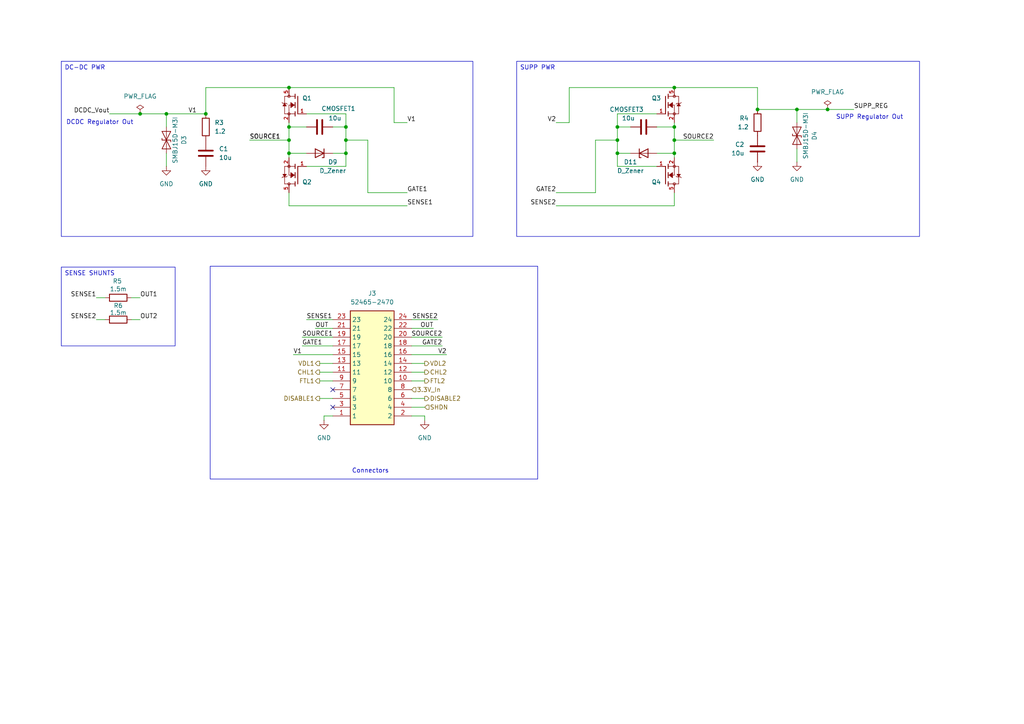
<source format=kicad_sch>
(kicad_sch (version 20250114) (generator "eeschema") (generator_version "9.0")
  (paper "A4")
  (lib_symbols
    (symbol "Device:D_Zener" (pin_numbers (hide yes)) (pin_names (offset 1.016) (hide yes))
      (property "Reference" "D" (at 0 2.54 0))
      (property "Value" "D_Zener" (at 0 -2.54 0))
      (symbol "D_Zener_0_1"
        (polyline (pts (xy -1.27 -1.27) (xy -1.27 1.27) (xy -0.762 1.27)) (stroke (width 0.254)))
        (polyline (pts (xy 1.27 0) (xy -1.27 0)))
        (polyline (pts (xy 1.27 -1.27) (xy 1.27 1.27) (xy -1.27 0) (xy 1.27 -1.27)) (stroke (width 0.254)))
      )
      (symbol "D_Zener_1_1"
        (pin passive line (at -3.81 0 0) (length 2.54) (name "K") (number "1"))
        (pin passive line (at 3.81 0 180) (length 2.54) (name "A") (number "2"))
      )
    )
    (symbol "Device:R" (pin_numbers (hide yes)) (pin_names (offset 0))
      (property "Reference" "R" (at 2.032 0 90))
      (property "Value" "R" (at 0 0 90))
      (symbol "R_0_1"
        (rectangle (start -1.016 -2.54) (end 1.016 2.54) (stroke (width 0.254)))
      )
      (symbol "R_1_1"
        (pin passive line (at 0 3.81 270) (length 1.27) (name "~") (number "1"))
        (pin passive line (at 0 -3.81 90) (length 1.27) (name "~") (number "2"))
      )
    )
    (symbol "ECE319K:C" (pin_numbers (hide yes)) (pin_names (offset 0.254))
      (property "Reference" "C" (at 0.635 2.54 0))
      (property "Value" "C" (at 0.635 -2.54 0))
      (symbol "C_0_1"
        (polyline (pts (xy -2.032 0.762) (xy 2.032 0.762)) (stroke (width 0.508)))
        (polyline (pts (xy -2.032 -0.762) (xy 2.032 -0.762)) (stroke (width 0.508)))
      )
      (symbol "C_1_1"
        (pin passive line (at 0 3.81 270) (length 2.794) (name "~") (number "1"))
        (pin passive line (at 0 -3.81 90) (length 2.794) (name "~") (number "2"))
      )
    )
    (symbol "PowerBoardLib:SMBJ15D-M3I" (pin_numbers (hide yes)) (pin_names (hide yes))
      (property "Reference" "D" (at 0 5.08 0))
      (property "Value" "SMBJ15D-M3I" (at 0 2.54 0))
      (symbol "SMBJ15D-M3I_0_1"
        (polyline (pts (xy -2.54 -1.27) (xy 0 0) (xy -2.54 1.27) (xy -2.54 -1.27)) (stroke (width 0.2032)))
        (polyline (pts (xy 0.508 1.27) (xy 0 1.27) (xy 0 -1.27) (xy -0.508 -1.27)) (stroke (width 0.2032)))
        (polyline (pts (xy 1.27 0) (xy -1.27 0)))
        (polyline (pts (xy 2.54 1.27) (xy 2.54 -1.27) (xy 0 0) (xy 2.54 1.27)) (stroke (width 0.2032)))
      )
      (symbol "SMBJ15D-M3I_1_1"
        (pin passive line (at -3.81 0 0) (length 2.54) (name "K") (number "1"))
        (pin passive line (at 3.81 0 180) (length 2.54) (name "A") (number "2"))
      )
    )
    (symbol "PowerBoardLib:SQJQ140E-T1_GE3" (pin_names (offset 1.016))
      (property "Reference" "Q" (at -8.89 2.54 0))
      (property "Value" "SQJQ140E-T1_GE3" (at -8.89 -7.62 0))
      (symbol "SQJQ140E-T1_GE3_0_0"
        (polyline (pts (xy 0 2.54) (xy 0 -2.54)) (stroke (width 0.254)))
        (polyline (pts (xy 0.762 3.175) (xy 0.762 2.54)) (stroke (width 0.254)))
        (polyline (pts (xy 0.762 2.54) (xy 0.762 1.905)) (stroke (width 0.254)))
        (polyline (pts (xy 0.762 2.54) (xy 3.81 2.54)) (stroke (width 0.1524)))
        (polyline (pts (xy 0.762 0.762) (xy 0.762 0)) (stroke (width 0.254)))
        (polyline (pts (xy 0.762 0) (xy 0.762 -0.762)) (stroke (width 0.254)))
        (polyline (pts (xy 0.762 0) (xy 2.54 0)) (stroke (width 0.1524)))
        (polyline (pts (xy 0.762 -1.905) (xy 0.762 -2.54)) (stroke (width 0.254)))
        (polyline (pts (xy 0.762 -2.54) (xy 0.762 -3.175)) (stroke (width 0.254)))
        (polyline (pts (xy 1.016 0) (xy 2.032 0.762) (xy 2.032 -0.762) (xy 1.016 0)) (stroke (width 0.1524)) (fill (type outline)))
        (circle (center 2.54 2.54) (radius 0.3592))
        (polyline (pts (xy 2.54 0) (xy 2.54 -2.54)) (stroke (width 0.1524)))
        (polyline (pts (xy 2.54 -2.54) (xy 0.762 -2.54)) (stroke (width 0.1524)))
        (polyline (pts (xy 2.54 -2.54) (xy 3.81 -2.54)) (stroke (width 0.1524)))
        (circle (center 2.54 -2.54) (radius 0.3592))
        (polyline (pts (xy 3.302 0.508) (xy 3.048 0.254)) (stroke (width 0.1524)))
        (polyline (pts (xy 3.81 2.54) (xy 3.81 0.508)) (stroke (width 0.1524)))
        (polyline (pts (xy 3.81 0.508) (xy 3.302 0.508)) (stroke (width 0.1524)))
        (polyline (pts (xy 3.81 0.508) (xy 3.81 -2.54)) (stroke (width 0.1524)))
        (polyline (pts (xy 3.81 0.508) (xy 3.302 -0.254) (xy 4.318 -0.254) (xy 3.81 0.508)) (stroke (width 0.1524)) (fill (type outline)))
        (polyline (pts (xy 4.318 0.508) (xy 3.81 0.508)) (stroke (width 0.1524)))
        (polyline (pts (xy 4.572 0.762) (xy 4.318 0.508)) (stroke (width 0.1524)))
        (pin passive line (at -2.54 -2.54 0) (length 2.54) (name "~") (number "1"))
        (pin passive line (at 2.54 5.08 270) (length 2.54) (name "~") (number "5"))
        (pin passive line (at 2.54 -5.08 90) (length 2.54) (name "~") (number "2"))
      )
      (symbol "SQJQ140E-T1_GE3_1_0"
        (pin passive line (at 2.54 -5.08 90) (length 2.54) (hide yes) (name "~") (number "3"))
        (pin passive line (at 2.54 -5.08 90) (length 2.54) (hide yes) (name "~") (number "4"))
      )
    )
    (symbol "power:GND" (power) (pin_numbers (hide yes)) (pin_names (offset 0) (hide yes))
      (property "Value" "GND" (at 0 -3.81 0))
      (symbol "GND_0_1"
        (polyline (pts (xy 0 0) (xy 0 -1.27) (xy 1.27 -1.27) (xy 0 -2.54) (xy -1.27 -1.27) (xy 0 -1.27)))
      )
      (symbol "GND_1_1"
        (pin power_in line (at 0 0 270) (length 0) (name "~") (number "1"))
      )
    )
    (symbol "power:PWR_FLAG" (power) (pin_numbers (hide yes)) (pin_names (offset 0) (hide yes))
      (property "Value" "PWR_FLAG" (at 0 3.81 0))
      (symbol "PWR_FLAG_0_0"
        (pin power_out line (at 0 0 90) (length 0) (name "~") (number "1"))
      )
      (symbol "PWR_FLAG_0_1"
        (polyline (pts (xy 0 0) (xy 0 1.27) (xy -1.016 1.905) (xy 0 2.54) (xy 1.016 1.905) (xy 0 1.27)))
      )
    )
    (symbol "utsvt_connectors:52465-2470"
      (property "Reference" "J" (at 10.16 7.366 0))
      (property "Value" "52465-2470" (at 5.334 4.826 0))
      (symbol "52465-2470_1_1"
        (rectangle (start 5.08 2.54) (end 17.78 -30.48) (stroke (width 0.254)) (fill (type background)))
        (pin passive line (at 0 0 0) (length 5.08) (name "23") (number "23"))
        (pin passive line (at 0 -2.54 0) (length 5.08) (name "21") (number "21"))
        (pin passive line (at 0 -5.08 0) (length 5.08) (name "19") (number "19"))
        (pin passive line (at 0 -7.62 0) (length 5.08) (name "17") (number "17"))
        (pin passive line (at 0 -10.16 0) (length 5.08) (name "15") (number "15"))
        (pin passive line (at 0 -12.7 0) (length 5.08) (name "13") (number "13"))
        (pin passive line (at 0 -15.24 0) (length 5.08) (name "11") (number "11"))
        (pin passive line (at 0 -17.78 0) (length 5.08) (name "9") (number "9"))
        (pin passive line (at 0 -20.32 0) (length 5.08) (name "7") (number "7"))
        (pin passive line (at 0 -22.86 0) (length 5.08) (name "5") (number "5"))
        (pin passive line (at 0 -25.4 0) (length 5.08) (name "3") (number "3"))
        (pin passive line (at 0 -27.94 0) (length 5.08) (name "1") (number "1"))
        (pin passive line (at 22.86 0 180) (length 5.08) (name "24") (number "24"))
        (pin passive line (at 22.86 -2.54 180) (length 5.08) (name "22") (number "22"))
        (pin passive line (at 22.86 -5.08 180) (length 5.08) (name "20") (number "20"))
        (pin passive line (at 22.86 -7.62 180) (length 5.08) (name "18") (number "18"))
        (pin passive line (at 22.86 -10.16 180) (length 5.08) (name "16") (number "16"))
        (pin passive line (at 22.86 -12.7 180) (length 5.08) (name "14") (number "14"))
        (pin passive line (at 22.86 -15.24 180) (length 5.08) (name "12") (number "12"))
        (pin passive line (at 22.86 -17.78 180) (length 5.08) (name "10") (number "10"))
        (pin passive line (at 22.86 -20.32 180) (length 5.08) (name "8") (number "8"))
        (pin passive line (at 22.86 -22.86 180) (length 5.08) (name "6") (number "6"))
        (pin passive line (at 22.86 -25.4 180) (length 5.08) (name "4") (number "4"))
        (pin passive line (at 22.86 -27.94 180) (length 5.08) (name "2") (number "2"))
      )
    )
  )
  (rectangle (start 60.96 77.216) (end 155.956 138.938))
  (text "SUPP Regulator Out\n" (at 252.222 34.036 0) (effects (font (size 1.27 1.27))))
  (text "DCDC Regulator Out\n" (at 28.956 35.56 0) (effects (font (size 1.27 1.27))))
  (text "Connectors\n" (at 107.442 136.652 0) (effects (font (size 1.27 1.27))))
  (text_box "DC-DC PWR" (at 17.78 17.78 0) (size 119.38 50.8) (margins 0.9525 0.9525 0.9525 0.9525) (effects (font (size 1.27 1.27)) (justify left top)))
  (text_box "SENSE SHUNTS\n" (at 17.78 77.47 0) (size 33.02 22.86) (margins 0.9525 0.9525 0.9525 0.9525) (effects (font (size 1.27 1.27)) (justify left top)))
  (text_box "SUPP PWR\n" (at 149.86 17.78 0) (size 116.84 50.8) (margins 0.9525 0.9525 0.9525 0.9525) (effects (font (size 1.27 1.27)) (justify left top)))
  (junction (at 195.58 40.64))
  (junction (at 195.58 44.45))
  (junction (at 179.07 44.45))
  (junction (at 195.58 36.83))
  (junction (at 100.33 40.64))
  (junction (at 231.14 31.75))
  (junction (at 59.69 33.02))
  (junction (at 83.82 25.4))
  (junction (at 40.64 33.02))
  (junction (at 195.58 25.4))
  (junction (at 179.07 40.64))
  (junction (at 83.82 40.64))
  (junction (at 219.71 31.75))
  (junction (at 100.33 36.83))
  (junction (at 100.33 44.45))
  (junction (at 179.07 36.83))
  (junction (at 240.03 31.75))
  (junction (at 48.26 33.02))
  (junction (at 83.82 36.83))
  (junction (at 83.82 44.45))
  (no_connect (at 96.52 118.11))
  (no_connect (at 96.52 113.03))
  (wire (pts (xy 91.44 95.25) (xy 96.52 95.25)))
  (wire (pts (xy 119.38 110.49) (xy 123.19 110.49)))
  (wire (pts (xy 195.58 40.64) (xy 195.58 44.45)))
  (wire (pts (xy 83.82 44.45) (xy 83.82 45.72)))
  (wire (pts (xy 165.1 25.4) (xy 165.1 35.56)))
  (wire (pts (xy 83.82 36.83) (xy 83.82 40.64)))
  (wire (pts (xy 40.64 86.36) (xy 38.1 86.36)))
  (wire (pts (xy 231.14 31.75) (xy 219.71 31.75)))
  (wire (pts (xy 96.52 120.65) (xy 93.98 120.65)))
  (wire (pts (xy 27.94 92.71) (xy 30.48 92.71)))
  (wire (pts (xy 190.5 48.26) (xy 179.07 48.26)))
  (wire (pts (xy 182.88 44.45) (xy 179.07 44.45)))
  (wire (pts (xy 106.68 55.88) (xy 106.68 40.64)))
  (wire (pts (xy 27.94 86.36) (xy 30.48 86.36)))
  (wire (pts (xy 195.58 36.83) (xy 195.58 40.64)))
  (wire (pts (xy 179.07 33.02) (xy 179.07 36.83)))
  (wire (pts (xy 83.82 59.69) (xy 118.11 59.69)))
  (wire (pts (xy 92.71 107.95) (xy 96.52 107.95)))
  (wire (pts (xy 195.58 35.56) (xy 195.58 36.83)))
  (wire (pts (xy 31.75 33.02) (xy 40.64 33.02)))
  (wire (pts (xy 231.14 35.56) (xy 231.14 31.75)))
  (wire (pts (xy 85.09 102.87) (xy 96.52 102.87)))
  (wire (pts (xy 38.1 92.71) (xy 40.64 92.71)))
  (wire (pts (xy 96.52 44.45) (xy 100.33 44.45)))
  (wire (pts (xy 179.07 36.83) (xy 179.07 40.64)))
  (wire (pts (xy 48.26 48.26) (xy 48.26 44.45)))
  (wire (pts (xy 190.5 44.45) (xy 195.58 44.45)))
  (wire (pts (xy 119.38 95.25) (xy 125.73 95.25)))
  (wire (pts (xy 119.38 120.65) (xy 123.19 120.65)))
  (wire (pts (xy 114.3 35.56) (xy 118.11 35.56)))
  (wire (pts (xy 119.38 100.33) (xy 128.27 100.33)))
  (wire (pts (xy 87.63 100.33) (xy 96.52 100.33)))
  (wire (pts (xy 172.72 40.64) (xy 179.07 40.64)))
  (wire (pts (xy 83.82 55.88) (xy 83.82 59.69)))
  (wire (pts (xy 100.33 40.64) (xy 100.33 44.45)))
  (wire (pts (xy 93.98 120.65) (xy 93.98 121.92)))
  (wire (pts (xy 92.71 110.49) (xy 96.52 110.49)))
  (wire (pts (xy 87.63 97.79) (xy 96.52 97.79)))
  (wire (pts (xy 119.38 97.79) (xy 128.27 97.79)))
  (wire (pts (xy 161.29 59.69) (xy 195.58 59.69)))
  (wire (pts (xy 182.88 36.83) (xy 179.07 36.83)))
  (wire (pts (xy 161.29 55.88) (xy 172.72 55.88)))
  (wire (pts (xy 59.69 25.4) (xy 83.82 25.4)))
  (wire (pts (xy 119.38 105.41) (xy 123.19 105.41)))
  (wire (pts (xy 72.39 40.64) (xy 83.82 40.64)))
  (wire (pts (xy 100.33 33.02) (xy 100.33 36.83)))
  (wire (pts (xy 240.03 31.75) (xy 231.14 31.75)))
  (wire (pts (xy 240.03 31.75) (xy 247.65 31.75)))
  (wire (pts (xy 96.52 36.83) (xy 100.33 36.83)))
  (wire (pts (xy 88.9 92.71) (xy 96.52 92.71)))
  (wire (pts (xy 106.68 55.88) (xy 118.11 55.88)))
  (wire (pts (xy 88.9 36.83) (xy 83.82 36.83)))
  (wire (pts (xy 100.33 36.83) (xy 100.33 40.64)))
  (wire (pts (xy 83.82 35.56) (xy 83.82 36.83)))
  (wire (pts (xy 119.38 102.87) (xy 129.54 102.87)))
  (wire (pts (xy 119.38 107.95) (xy 123.19 107.95)))
  (wire (pts (xy 190.5 33.02) (xy 179.07 33.02)))
  (wire (pts (xy 190.5 36.83) (xy 195.58 36.83)))
  (wire (pts (xy 119.38 115.57) (xy 123.19 115.57)))
  (wire (pts (xy 59.69 33.02) (xy 59.69 25.4)))
  (wire (pts (xy 195.58 25.4) (xy 219.71 25.4)))
  (wire (pts (xy 119.38 118.11) (xy 123.19 118.11)))
  (wire (pts (xy 114.3 25.4) (xy 114.3 35.56)))
  (wire (pts (xy 88.9 48.26) (xy 100.33 48.26)))
  (wire (pts (xy 119.38 92.71) (xy 127 92.71)))
  (wire (pts (xy 83.82 40.64) (xy 83.82 44.45)))
  (wire (pts (xy 165.1 25.4) (xy 195.58 25.4)))
  (wire (pts (xy 48.26 36.83) (xy 48.26 33.02)))
  (wire (pts (xy 83.82 25.4) (xy 114.3 25.4)))
  (wire (pts (xy 179.07 44.45) (xy 179.07 48.26)))
  (wire (pts (xy 100.33 40.64) (xy 106.68 40.64)))
  (wire (pts (xy 219.71 31.75) (xy 219.71 25.4)))
  (wire (pts (xy 195.58 44.45) (xy 195.58 45.72)))
  (wire (pts (xy 92.71 115.57) (xy 96.52 115.57)))
  (wire (pts (xy 100.33 44.45) (xy 100.33 48.26)))
  (wire (pts (xy 40.64 33.02) (xy 48.26 33.02)))
  (wire (pts (xy 195.58 55.88) (xy 195.58 59.69)))
  (wire (pts (xy 92.71 105.41) (xy 96.52 105.41)))
  (wire (pts (xy 88.9 33.02) (xy 100.33 33.02)))
  (wire (pts (xy 123.19 120.65) (xy 123.19 121.92)))
  (wire (pts (xy 231.14 46.99) (xy 231.14 43.18)))
  (wire (pts (xy 207.01 40.64) (xy 195.58 40.64)))
  (wire (pts (xy 88.9 44.45) (xy 83.82 44.45)))
  (wire (pts (xy 172.72 40.64) (xy 172.72 55.88)))
  (wire (pts (xy 48.26 33.02) (xy 59.69 33.02)))
  (wire (pts (xy 179.07 40.64) (xy 179.07 44.45)))
  (wire (pts (xy 165.1 35.56) (xy 161.29 35.56)))
  (label "V1" (at 54.61 33.02 0))
  (label "GATE2" (at 128.27 100.33 180))
  (label "SUPP_REG" (at 247.65 31.75 0))
  (label "SOURCE2" (at 207.01 40.64 180))
  (label "SENSE1" (at 27.94 86.36 180))
  (label "DCDC_Vout" (at 31.75 33.02 180))
  (label "SENSE2" (at 161.29 59.69 180))
  (label "SENSE1" (at 118.11 59.69 0))
  (label "SOURCE1" (at 72.39 40.64 0))
  (label "OUT2" (at 40.64 92.71 0))
  (label "V2" (at 161.29 35.56 180))
  (label "GATE1" (at 118.11 55.88 0))
  (label "OUT" (at 91.44 95.25 0))
  (label "V1" (at 118.11 35.56 0))
  (label "SENSE1" (at 88.9 92.71 0))
  (label "V2" (at 129.54 102.87 180))
  (label "GATE2" (at 161.29 55.88 180))
  (label "SOURCE1" (at 72.39 40.64 0))
  (label "SENSE2" (at 27.94 92.71 180))
  (label "V1" (at 85.09 102.87 0))
  (label "SOURCE2" (at 128.27 97.79 180))
  (label "GATE1" (at 87.63 100.33 0))
  (label "SOURCE1" (at 87.63 97.79 0))
  (label "OUT" (at 125.73 95.25 180))
  (label "SENSE2" (at 127 92.71 180))
  (label "OUT1" (at 40.64 86.36 0))
  (hierarchical_label "VDL1" (shape output) (at 92.71 105.41 180))
  (hierarchical_label "DISABLE1" (shape output) (at 92.71 115.57 180))
  (hierarchical_label "FTL2" (shape output) (at 123.19 110.49 0))
  (hierarchical_label "3.3V_In" (shape input) (at 119.38 113.03 0))
  (hierarchical_label "SHDN" (shape input) (at 123.19 118.11 0))
  (hierarchical_label "FTL1" (shape output) (at 92.71 110.49 180))
  (hierarchical_label "DISABLE2" (shape output) (at 123.19 115.57 0))
  (hierarchical_label "VDL2" (shape output) (at 123.19 105.41 0))
  (hierarchical_label "CHL2" (shape output) (at 123.19 107.95 0))
  (hierarchical_label "CHL1" (shape output) (at 92.71 107.95 180))
  (symbol (lib_id "PowerBoardLib:SQJQ140E-T1_GE3") (at 193.04 30.48 0) (unit 1)
    (property "Reference" "Q3" (at 188.976 29.21 0) (effects (justify left bottom)))
    (property "Value" "SQJQ140E-T1_GE3" (effects (hide yes)))
    (property "Footprint" "PowerBoardLib:TO200P800X182-5N" (effects (hide yes)))
    (property "Datasheet" "https://www.vishay.com/docs/77320/sqjq142e.pdf" (effects (hide yes)))
    (property "Description" "460A Id, 40V Vds, N-Channel FET" (effects (hide yes)))
    (property "MF" "Vishay" (effects (hide yes)))
    (property "MAXIMUM_PACKAGE_HEIGHT" "1.827mm" (effects (hide yes)))
    (property "Package" "PowerPAK®-8 Vishay" (effects (hide yes)))
    (property "Price" "None" (effects (hide yes)))
    (property "Check_prices" "https://www.snapeda.com/parts/SQJQ140E-T1_GE3/Vishay/view-part/?ref=eda" (effects (hide yes)))
    (property "STANDARD" "IPC7351B" (effects (hide yes)))
    (property "PARTREV" "05-Aug-2019" (effects (hide yes)))
    (property "SnapEDA_Link" "https://www.snapeda.com/parts/SQJQ140E-T1_GE3/Vishay/view-part/?ref=snap" (effects (hide yes)))
    (property "MP" "SQJQ140E-T1_GE3" (effects (hide yes)))
    (property "Purchase-URL" "https://www.snapeda.com/api/url_track_click_mouser/?unipart_id=9348953&manufacturer=Vishay&part_name=SQJQ140E-T1_GE3&search_term=powerpak® 8 x 8" (effects (hide yes)))
    (property "Description_1" "\nN-Channel 40 V 701A (Tc) 600W (Tc) Surface Mount PowerPAK® 8 x 8\n" (effects (hide yes)))
    (property "MANUFACTURER" "Vishay" (effects (hide yes)))
    (property "Availability" "In Stock" (effects (hide yes)))
    (property "SNAPEDA_PN" "SQJQ140E-T1_GE3" (effects (hide yes)))
    (property "MFG PN" "SQJQ140E-T1_GE3" (effects (hide yes)))
  )
  (symbol (lib_id "Device:R") (at 34.29 92.71 90) (unit 1)
    (property "Reference" "R6" (at 34.29 88.646 90))
    (property "Value" "1.5m" (at 34.29 90.678 90))
    (property "Description" "Resistor" (effects (hide yes)))
  )
  (symbol (lib_id "Device:R") (at 219.71 35.56 0) (mirror y) (unit 1)
    (property "Reference" "R4" (at 217.17 34.2899 0) (effects (justify left)))
    (property "Value" "1.2" (at 217.17 36.8299 0) (effects (justify left)))
    (property "Footprint" "Resistor_SMD:R_0805_2012Metric" (effects (hide yes)))
    (property "Datasheet" "https://www.koaspeer.com/pdfs/RK73H.pdf" (effects (hide yes)))
    (property "Description" "Resistor" (effects (hide yes)))
    (property "MFG PN" "RK73H2ATTD1R20F" (effects (hide yes)))
  )
  (symbol (lib_id "power:GND") (at 219.71 46.99 0) (unit 1)
    (property "Reference" "#PWR012" (effects (hide yes)))
    (property "Value" "GND" (at 219.71 52.07 0))
    (property "Description" "Power symbol creates a global label with name \"GND\" , ground" (effects (hide yes)))
  )
  (symbol (lib_id "Device:R") (at 34.29 86.36 90) (unit 1)
    (property "Reference" "R5" (at 34.036 81.534 90))
    (property "Value" "1.5m" (at 34.29 83.82 90))
    (property "Description" "Resistor" (effects (hide yes)))
  )
  (symbol (lib_id "power:GND") (at 59.69 48.26 0) (unit 1)
    (property "Reference" "#PWR010" (effects (hide yes)))
    (property "Value" "GND" (at 59.69 53.34 0))
    (property "Description" "Power symbol creates a global label with name \"GND\" , ground" (effects (hide yes)))
  )
  (symbol (lib_id "PowerBoardLib:SQJQ140E-T1_GE3") (at 193.04 50.8 0) (mirror x) (unit 1)
    (property "Reference" "Q4" (at 188.976 52.07 0) (effects (justify left bottom)))
    (property "Value" "SQJQ140E-T1_GE3" (effects (hide yes)))
    (property "Footprint" "PowerBoardLib:TO200P800X182-5N" (effects (hide yes)))
    (property "Datasheet" "https://www.vishay.com/docs/77320/sqjq142e.pdf" (effects (hide yes)))
    (property "Description" "460A Id, 40V Vds, N-Channel FET" (effects (hide yes)))
    (property "MF" "Vishay" (effects (hide yes)))
    (property "MAXIMUM_PACKAGE_HEIGHT" "1.827mm" (effects (hide yes)))
    (property "Package" "PowerPAK®-8 Vishay" (effects (hide yes)))
    (property "Price" "None" (effects (hide yes)))
    (property "Check_prices" "https://www.snapeda.com/parts/SQJQ140E-T1_GE3/Vishay/view-part/?ref=eda" (effects (hide yes)))
    (property "STANDARD" "IPC7351B" (effects (hide yes)))
    (property "PARTREV" "05-Aug-2019" (effects (hide yes)))
    (property "SnapEDA_Link" "https://www.snapeda.com/parts/SQJQ140E-T1_GE3/Vishay/view-part/?ref=snap" (effects (hide yes)))
    (property "MP" "SQJQ140E-T1_GE3" (effects (hide yes)))
    (property "Purchase-URL" "https://www.snapeda.com/api/url_track_click_mouser/?unipart_id=9348953&manufacturer=Vishay&part_name=SQJQ140E-T1_GE3&search_term=powerpak® 8 x 8" (effects (hide yes)))
    (property "Description_1" "\nN-Channel 40 V 701A (Tc) 600W (Tc) Surface Mount PowerPAK® 8 x 8\n" (effects (hide yes)))
    (property "MANUFACTURER" "Vishay" (effects (hide yes)))
    (property "Availability" "In Stock" (effects (hide yes)))
    (property "SNAPEDA_PN" "SQJQ140E-T1_GE3" (effects (hide yes)))
    (property "MFG PN" "SQJQ140E-T1_GE3" (effects (hide yes)))
  )
  (symbol (lib_id "Device:D_Zener") (at 186.69 44.45 0) (mirror x) (unit 1)
    (property "Reference" "D11" (at 182.88 46.99 0))
    (property "Value" "D_Zener" (at 182.88 49.53 0))
    (property "Footprint" "Diode_SMD:D_SOD-523" (effects (hide yes)))
    (property "Datasheet" "https://www.mouser.com/datasheet/2/115/DIOD_S_A0003550665_1-2542209.pdf" (effects (hide yes)))
    (property "Description" "Zener diode" (effects (hide yes)))
    (property "MFG PN" "DDZ9703T-7" (effects (hide yes)))
  )
  (symbol (lib_id "PowerBoardLib:SQJQ140E-T1_GE3") (at 86.36 50.8 180) (unit 1)
    (property "Reference" "Q2" (at 90.424 52.07 0) (effects (justify left bottom)))
    (property "Value" "SQJQ140E-T1_GE3" (effects (hide yes)))
    (property "Footprint" "PowerBoardLib:TO200P800X182-5N" (effects (hide yes)))
    (property "Datasheet" "https://www.vishay.com/docs/77320/sqjq142e.pdf" (effects (hide yes)))
    (property "Description" "460A Id, 40V Vds, N-Channel FET" (effects (hide yes)))
    (property "MF" "Vishay" (effects (hide yes)))
    (property "MAXIMUM_PACKAGE_HEIGHT" "1.827mm" (effects (hide yes)))
    (property "Package" "PowerPAK®-8 Vishay" (effects (hide yes)))
    (property "Price" "None" (effects (hide yes)))
    (property "Check_prices" "https://www.snapeda.com/parts/SQJQ140E-T1_GE3/Vishay/view-part/?ref=eda" (effects (hide yes)))
    (property "STANDARD" "IPC7351B" (effects (hide yes)))
    (property "PARTREV" "05-Aug-2019" (effects (hide yes)))
    (property "SnapEDA_Link" "https://www.snapeda.com/parts/SQJQ140E-T1_GE3/Vishay/view-part/?ref=snap" (effects (hide yes)))
    (property "MP" "SQJQ140E-T1_GE3" (effects (hide yes)))
    (property "Purchase-URL" "https://www.snapeda.com/api/url_track_click_mouser/?unipart_id=9348953&manufacturer=Vishay&part_name=SQJQ140E-T1_GE3&search_term=powerpak® 8 x 8" (effects (hide yes)))
    (property "Description_1" "\nN-Channel 40 V 701A (Tc) 600W (Tc) Surface Mount PowerPAK® 8 x 8\n" (effects (hide yes)))
    (property "MANUFACTURER" "Vishay" (effects (hide yes)))
    (property "Availability" "In Stock" (effects (hide yes)))
    (property "SNAPEDA_PN" "SQJQ140E-T1_GE3" (effects (hide yes)))
    (property "MFG PN" "SQJQ140E-T1_GE3" (effects (hide yes)))
  )
  (symbol (lib_id "ECE319K:C") (at 219.71 43.18 0) (mirror y) (unit 1)
    (property "Reference" "C2" (at 215.9 41.9099 0) (effects (justify left)))
    (property "Value" "10u" (at 215.9 44.4499 0) (effects (justify left)))
    (property "Footprint" "Capacitor_SMD:C_0805_2012Metric" (effects (hide yes)))
    (property "Datasheet" "https://www.mouser.com/datasheet/2/396/taiyo_yuden_12132018_mlcc11_hq_e-1510082.pdf" (effects (hide yes)))
    (property "Description" "Unpolarized capacitor" (effects (hide yes)))
    (property "MFG PN" "TMK212BBJ106MGHT" (effects (hide yes)))
  )
  (symbol (lib_id "power:GND") (at 231.14 46.99 0) (unit 1)
    (property "Reference" "#PWR014" (effects (hide yes)))
    (property "Value" "GND" (at 231.14 52.07 0))
    (property "Description" "Power symbol creates a global label with name \"GND\" , ground" (effects (hide yes)))
  )
  (symbol (lib_id "PowerBoardLib:SMBJ15D-M3I") (at 231.14 39.37 270) (unit 1)
    (property "Reference" "D4" (at 236.22 39.37 0))
    (property "Value" "SMBJ15D-M3I" (at 233.68 39.37 0))
    (property "Footprint" "PowerBoardLib:P26_DO-214AA_SMB" (effects (hide yes)))
    (property "Datasheet" "https://www.vishay.com/docs/87606/smbj5cdthrusmbj120cd.pdf" (effects (hide yes)))
    (property "Description" "Bidirectional TVS Diode" (effects (hide yes)))
    (property "MFG PN" "SMBJ15D-M3I" (effects (hide yes)))
  )
  (symbol (lib_id "ECE319K:C") (at 59.69 44.45 0) (unit 1)
    (property "Reference" "C1" (at 63.5 43.1799 0) (effects (justify left)))
    (property "Value" "10u" (at 63.5 45.7199 0) (effects (justify left)))
    (property "Footprint" "Capacitor_SMD:C_0805_2012Metric" (effects (hide yes)))
    (property "Datasheet" "https://www.mouser.com/datasheet/2/396/taiyo_yuden_12132018_mlcc11_hq_e-1510082.pdf" (effects (hide yes)))
    (property "Description" "Unpolarized capacitor" (effects (hide yes)))
    (property "MFG PN" "TMK212BBJ106MGHT" (effects (hide yes)))
  )
  (symbol (lib_id "ECE319K:C") (at 92.71 36.83 270) (unit 1)
    (property "Reference" "CMOSFET1" (at 93.218 31.496 90) (effects (justify left)))
    (property "Value" "10u" (at 95.25 34.29 90) (effects (justify left)))
    (property "Footprint" "Capacitor_SMD:C_0805_2012Metric" (effects (hide yes)))
    (property "Datasheet" "https://www.mouser.com/datasheet/2/396/taiyo_yuden_12132018_mlcc11_hq_e-1510082.pdf" (effects (hide yes)))
    (property "Description" "Unpolarized capacitor" (effects (hide yes)))
    (property "MFG PN" "TMK212BBJ106MGHT" (effects (hide yes)))
  )
  (symbol (lib_id "power:GND") (at 123.19 121.92 0) (unit 1)
    (property "Reference" "#PWR032" (effects (hide yes)))
    (property "Value" "GND" (at 123.19 127 0))
    (property "Description" "Power symbol creates a global label with name \"GND\" , ground" (effects (hide yes)))
  )
  (symbol (lib_id "power:PWR_FLAG") (at 240.03 31.75 0) (unit 1)
    (property "Reference" "#FLG03" (effects (hide yes)))
    (property "Value" "PWR_FLAG" (at 240.03 26.67 0))
    (property "Description" "Special symbol for telling ERC where power comes from" (effects (hide yes)))
  )
  (symbol (lib_id "power:GND") (at 48.26 48.26 0) (unit 1)
    (property "Reference" "#PWR09" (effects (hide yes)))
    (property "Value" "GND" (at 48.26 53.34 0))
    (property "Description" "Power symbol creates a global label with name \"GND\" , ground" (effects (hide yes)))
  )
  (symbol (lib_id "power:PWR_FLAG") (at 40.64 33.02 0) (unit 1)
    (property "Reference" "#FLG02" (effects (hide yes)))
    (property "Value" "PWR_FLAG" (at 40.64 27.94 0))
    (property "Description" "Special symbol for telling ERC where power comes from" (effects (hide yes)))
  )
  (symbol (lib_id "PowerBoardLib:SMBJ15D-M3I") (at 48.26 40.64 270) (unit 1)
    (property "Reference" "D3" (at 53.34 40.64 0))
    (property "Value" "SMBJ15D-M3I" (at 50.8 40.64 0))
    (property "Footprint" "PowerBoardLib:P26_DO-214AA_SMB" (effects (hide yes)))
    (property "Datasheet" "https://www.vishay.com/docs/87606/smbj5cdthrusmbj120cd.pdf" (effects (hide yes)))
    (property "Description" "Bidirectional TVS Diode" (effects (hide yes)))
    (property "MFG PN" "SMBJ15D-M3I" (effects (hide yes)))
  )
  (symbol (lib_id "ECE319K:C") (at 186.69 36.83 90) (mirror x) (unit 1)
    (property "Reference" "CMOSFET3" (at 186.69 31.75 90) (effects (justify left)))
    (property "Value" "10u" (at 184.15 34.29 90) (effects (justify left)))
    (property "Footprint" "Capacitor_SMD:C_0805_2012Metric" (effects (hide yes)))
    (property "Datasheet" "https://www.mouser.com/datasheet/2/396/taiyo_yuden_12132018_mlcc11_hq_e-1510082.pdf" (effects (hide yes)))
    (property "Description" "Unpolarized capacitor" (effects (hide yes)))
    (property "MFG PN" "TMK212BBJ106MGHT" (effects (hide yes)))
  )
  (symbol (lib_id "PowerBoardLib:SQJQ140E-T1_GE3") (at 86.36 30.48 0) (mirror y) (unit 1)
    (property "Reference" "Q1" (at 90.424 29.21 0) (effects (justify left bottom)))
    (property "Value" "SQJQ140E-T1_GE3" (effects (hide yes)))
    (property "Footprint" "PowerBoardLib:TO200P800X182-5N" (effects (hide yes)))
    (property "Datasheet" "https://www.vishay.com/docs/77320/sqjq142e.pdf" (effects (hide yes)))
    (property "Description" "460A Id, 40V Vds, N-Channel FET" (effects (hide yes)))
    (property "MF" "Vishay" (effects (hide yes)))
    (property "MAXIMUM_PACKAGE_HEIGHT" "1.827mm" (effects (hide yes)))
    (property "Package" "PowerPAK®-8 Vishay" (effects (hide yes)))
    (property "Price" "None" (effects (hide yes)))
    (property "Check_prices" "https://www.snapeda.com/parts/SQJQ140E-T1_GE3/Vishay/view-part/?ref=eda" (effects (hide yes)))
    (property "STANDARD" "IPC7351B" (effects (hide yes)))
    (property "PARTREV" "05-Aug-2019" (effects (hide yes)))
    (property "SnapEDA_Link" "https://www.snapeda.com/parts/SQJQ140E-T1_GE3/Vishay/view-part/?ref=snap" (effects (hide yes)))
    (property "MP" "SQJQ140E-T1_GE3" (effects (hide yes)))
    (property "Purchase-URL" "https://www.snapeda.com/api/url_track_click_mouser/?unipart_id=9348953&manufacturer=Vishay&part_name=SQJQ140E-T1_GE3&search_term=powerpak® 8 x 8" (effects (hide yes)))
    (property "Description_1" "\nN-Channel 40 V 701A (Tc) 600W (Tc) Surface Mount PowerPAK® 8 x 8\n" (effects (hide yes)))
    (property "MANUFACTURER" "Vishay" (effects (hide yes)))
    (property "Availability" "In Stock" (effects (hide yes)))
    (property "SNAPEDA_PN" "SQJQ140E-T1_GE3" (effects (hide yes)))
    (property "MFG PN" "SQJQ140E-T1_GE3" (effects (hide yes)))
  )
  (symbol (lib_id "Device:R") (at 59.69 36.83 0) (unit 1)
    (property "Reference" "R3" (at 62.23 35.5599 0) (effects (justify left)))
    (property "Value" "1.2" (at 62.23 38.0999 0) (effects (justify left)))
    (property "Footprint" "Resistor_SMD:R_0805_2012Metric" (effects (hide yes)))
    (property "Datasheet" "https://www.koaspeer.com/pdfs/RK73H.pdf" (effects (hide yes)))
    (property "Description" "Resistor" (effects (hide yes)))
    (property "MFG PN" "RK73H2ATTD1R20F" (effects (hide yes)))
  )
  (symbol (lib_id "Device:D_Zener") (at 92.71 44.45 180) (unit 1)
    (property "Reference" "D9" (at 96.52 46.99 0))
    (property "Value" "D_Zener" (at 96.52 49.53 0))
    (property "Footprint" "Diode_SMD:D_SOD-523" (effects (hide yes)))
    (property "Datasheet" "https://www.mouser.com/datasheet/2/115/DIOD_S_A0003550665_1-2542209.pdf" (effects (hide yes)))
    (property "Description" "Zener diode" (effects (hide yes)))
    (property "MFG PN" "DDZ9703T-7" (effects (hide yes)))
  )
  (symbol (lib_id "power:GND") (at 93.98 121.92 0) (unit 1)
    (property "Reference" "#PWR031" (effects (hide yes)))
    (property "Value" "GND" (at 93.98 127 0))
    (property "Description" "Power symbol creates a global label with name \"GND\" , ground" (effects (hide yes)))
  )
  (symbol (lib_id "utsvt_connectors:52465-2470") (at 96.52 92.71 0) (unit 1)
    (property "Reference" "J3" (at 107.95 85.09 0))
    (property "Value" "52465-2470" (at 107.95 87.63 0))
    (property "Footprint" "UTSVT_Connectors:524652470" (effects (hide yes)))
    (property "Datasheet" "https://www.molex.com/pdm_docs/sd/524652470_sd.pdf" (effects (hide yes)))
    (property "Description" "24 pin board-board connector" (effects (hide yes)))
    (property "Height" "3.55" (effects (hide yes)))
    (property "Mouser Part Number" "538-52465-2470" (effects (hide yes)))
    (property "Mouser Price/Stock" "https://www.mouser.co.uk/ProductDetail/Molex/52465-2470?qs=sEN%2FkO1EG6Yhu4DkZwbE7Q%3D%3D" (effects (hide yes)))
    (property "Manufacturer_Name" "Molex" (effects (hide yes)))
    (property "P/N" "52465-2470" (effects (hide yes)))
  )
)
</source>
